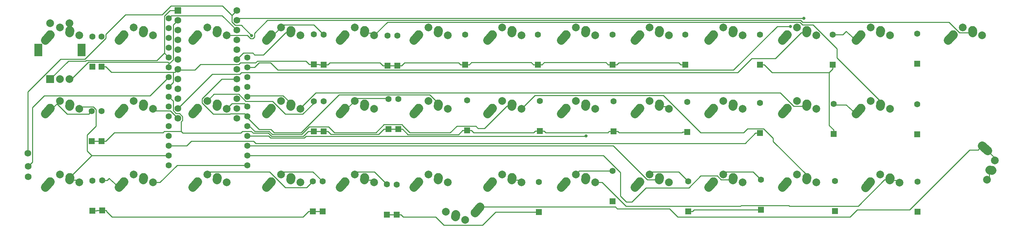
<source format=gtl>
G04 #@! TF.GenerationSoftware,KiCad,Pcbnew,(5.0.1)-3*
G04 #@! TF.CreationDate,2020-02-03T22:22:31+02:00*
G04 #@! TF.ProjectId,PRKL30,50524B4C33302E6B696361645F706362,rev?*
G04 #@! TF.SameCoordinates,Original*
G04 #@! TF.FileFunction,Copper,L1,Top,Signal*
G04 #@! TF.FilePolarity,Positive*
%FSLAX46Y46*%
G04 Gerber Fmt 4.6, Leading zero omitted, Abs format (unit mm)*
G04 Created by KiCad (PCBNEW (5.0.1)-3) date 02/03/20 22:22:31*
%MOMM*%
%LPD*%
G01*
G04 APERTURE LIST*
G04 #@! TA.AperFunction,ComponentPad*
%ADD10C,1.600000*%
G04 #@! TD*
G04 #@! TA.AperFunction,ComponentPad*
%ADD11R,1.600000X1.600000*%
G04 #@! TD*
G04 #@! TA.AperFunction,ComponentPad*
%ADD12R,2.000000X2.000000*%
G04 #@! TD*
G04 #@! TA.AperFunction,ComponentPad*
%ADD13C,2.000000*%
G04 #@! TD*
G04 #@! TA.AperFunction,ComponentPad*
%ADD14R,2.000000X3.200000*%
G04 #@! TD*
G04 #@! TA.AperFunction,ComponentPad*
%ADD15C,2.250000*%
G04 #@! TD*
G04 #@! TA.AperFunction,Conductor*
%ADD16C,2.250000*%
G04 #@! TD*
G04 #@! TA.AperFunction,ComponentPad*
%ADD17C,1.752600*%
G04 #@! TD*
G04 #@! TA.AperFunction,ComponentPad*
%ADD18R,1.752600X1.752600*%
G04 #@! TD*
G04 #@! TA.AperFunction,ViaPad*
%ADD19C,0.800000*%
G04 #@! TD*
G04 #@! TA.AperFunction,Conductor*
%ADD20C,0.250000*%
G04 #@! TD*
G04 APERTURE END LIST*
D10*
G04 #@! TO.P,D5,2*
G04 #@! TO.N,Net-(D5-Pad2)*
X146558000Y-62902000D03*
D11*
G04 #@! TO.P,D5,1*
G04 #@! TO.N,RowA*
X146558000Y-70702000D03*
G04 #@! TD*
D12*
G04 #@! TO.P,K_ENC1,A*
G04 #@! TO.N,EncA*
X59412500Y-74175000D03*
D13*
G04 #@! TO.P,K_ENC1,C*
G04 #@! TO.N,GND*
X61912500Y-74175000D03*
G04 #@! TO.P,K_ENC1,B*
G04 #@! TO.N,EncB*
X64412500Y-74175000D03*
D14*
G04 #@! TO.P,K_ENC1,MP*
G04 #@! TO.N,N/C*
X56312500Y-66675000D03*
X67512500Y-66675000D03*
D13*
G04 #@! TO.P,K_ENC1,S2*
G04 #@! TO.N,RowA*
X59412500Y-59675000D03*
G04 #@! TO.P,K_ENC1,S1*
G04 #@! TO.N,ColA*
X64412500Y-59675000D03*
G04 #@! TD*
D10*
G04 #@! TO.P,Feather1,1*
G04 #@! TO.N,Net-(Feather1-Pad1)*
X110363000Y-68580000D03*
G04 #@! TO.P,Feather1,2*
G04 #@! TO.N,DP1*
X110363000Y-71120000D03*
G04 #@! TO.P,Feather1,3*
G04 #@! TO.N,RGB_PWR*
X110363000Y-73660000D03*
G04 #@! TO.P,Feather1,4*
G04 #@! TO.N,ColE*
X110363000Y-76200000D03*
G04 #@! TO.P,Feather1,5*
G04 #@! TO.N,ColD*
X110363000Y-78740000D03*
G04 #@! TO.P,Feather1,6*
G04 #@! TO.N,ColC*
X110363000Y-81280000D03*
G04 #@! TO.P,Feather1,7*
G04 #@! TO.N,ColF*
X110363000Y-83820000D03*
G04 #@! TO.P,Feather1,8*
G04 #@! TO.N,ColG*
X110363000Y-86360000D03*
G04 #@! TO.P,Feather1,9*
G04 #@! TO.N,ColH*
X110363000Y-88900000D03*
G04 #@! TO.P,Feather1,12*
G04 #@! TO.N,ColB*
X110363000Y-96520000D03*
G04 #@! TO.P,Feather1,10*
G04 #@! TO.N,ColI*
X110363000Y-91440000D03*
G04 #@! TO.P,Feather1,11*
G04 #@! TO.N,ColJ*
X110363000Y-93980000D03*
G04 #@! TO.P,Feather1,13*
G04 #@! TO.N,RST*
X90043000Y-58420000D03*
G04 #@! TO.P,Feather1,14*
G04 #@! TO.N,Net-(Feather1-Pad14)*
X90043000Y-60960000D03*
G04 #@! TO.P,Feather1,15*
G04 #@! TO.N,Net-(Feather1-Pad15)*
X90043000Y-63500000D03*
G04 #@! TO.P,Feather1,16*
G04 #@! TO.N,GND*
X90043000Y-66040000D03*
G04 #@! TO.P,Feather1,17*
G04 #@! TO.N,EncA*
X90043000Y-68580000D03*
G04 #@! TO.P,Feather1,18*
G04 #@! TO.N,EncB*
X90043000Y-71120000D03*
G04 #@! TO.P,Feather1,19*
G04 #@! TO.N,RGB*
X90043000Y-73660000D03*
G04 #@! TO.P,Feather1,20*
G04 #@! TO.N,RowA*
X90043000Y-76200000D03*
G04 #@! TO.P,Feather1,21*
G04 #@! TO.N,RowB*
X90043000Y-78740000D03*
G04 #@! TO.P,Feather1,22*
G04 #@! TO.N,RowC*
X90043000Y-81280000D03*
G04 #@! TO.P,Feather1,23*
G04 #@! TO.N,Net-(Feather1-Pad23)*
X90043000Y-83820000D03*
G04 #@! TO.P,Feather1,24*
G04 #@! TO.N,Net-(Feather1-Pad24)*
X90043000Y-86360000D03*
G04 #@! TO.P,Feather1,25*
G04 #@! TO.N,Net-(Feather1-Pad25)*
X90043000Y-88900000D03*
G04 #@! TO.P,Feather1,26*
G04 #@! TO.N,RowD*
X90043000Y-91440000D03*
G04 #@! TO.P,Feather1,27*
G04 #@! TO.N,ColA*
X90043000Y-93980000D03*
G04 #@! TO.P,Feather1,28*
G04 #@! TO.N,Net-(Feather1-Pad28)*
X90043000Y-96520000D03*
G04 #@! TD*
D15*
G04 #@! TO.P,K_2Uspc1,2*
G04 #@! TO.N,Net-(D32-Pad2)*
X164168229Y-109565016D03*
D16*
G04 #@! TD*
G04 #@! TO.N,Net-(D32-Pad2)*
G04 #@! TO.C,K_2Uspc1*
X164188000Y-109275000D02*
X164148458Y-109855032D01*
D15*
G04 #@! TO.P,K_2Uspc1,2*
G04 #@! TO.N,Net-(D32-Pad2)*
X164148000Y-109855000D03*
G04 #@! TO.P,K_2Uspc1,1*
G04 #@! TO.N,ColF*
X169843005Y-108045004D03*
D16*
G04 #@! TD*
G04 #@! TO.N,ColF*
G04 #@! TO.C,K_2Uspc1*
X170498000Y-107315000D02*
X169188010Y-108775008D01*
D15*
G04 #@! TO.P,K_2Uspc1,1*
G04 #@! TO.N,ColF*
X169188000Y-108775000D03*
D13*
G04 #@! TO.P,K_2Uspc1,2*
G04 #@! TO.N,Net-(D32-Pad2)*
X161688000Y-108575000D03*
G04 #@! TO.P,K_2Uspc1,1*
G04 #@! TO.N,ColF*
X166688000Y-110675000D03*
G04 #@! TD*
G04 #@! TO.P,K_ISOENTER1,1*
G04 #@! TO.N,ColF*
X303600000Y-95250000D03*
G04 #@! TO.P,K_ISOENTER1,2*
G04 #@! TO.N,Net-(D_ISOENTR1-Pad2)*
X301500000Y-100250000D03*
D15*
G04 #@! TO.P,K_ISOENTER1,1*
G04 #@! TO.N,ColF*
X301700000Y-92750000D03*
X300970004Y-92094995D03*
D16*
G04 #@! TD*
G04 #@! TO.N,ColF*
G04 #@! TO.C,K_ISOENTER1*
X300240000Y-91440000D02*
X301700008Y-92749990D01*
D15*
G04 #@! TO.P,K_ISOENTER1,2*
G04 #@! TO.N,Net-(D_ISOENTR1-Pad2)*
X302780000Y-97790000D03*
X302490016Y-97769771D03*
D16*
G04 #@! TD*
G04 #@! TO.N,Net-(D_ISOENTR1-Pad2)*
G04 #@! TO.C,K_ISOENTER1*
X302200000Y-97750000D02*
X302780032Y-97789542D01*
D10*
G04 #@! TO.P,D4,2*
G04 #@! TO.N,Net-(D4-Pad2)*
X130048000Y-62648000D03*
D11*
G04 #@! TO.P,D4,1*
G04 #@! TO.N,RowA*
X130048000Y-70448000D03*
G04 #@! TD*
D17*
G04 #@! TO.P,MCU_Pro_Micr0,24*
G04 #@! TO.N,RGB_PWR*
X107620000Y-56430000D03*
G04 #@! TO.P,MCU_Pro_Micr0,12*
G04 #@! TO.N,ColB*
X92380000Y-84370000D03*
G04 #@! TO.P,MCU_Pro_Micr0,23*
G04 #@! TO.N,GND*
X107620000Y-58970000D03*
G04 #@! TO.P,MCU_Pro_Micr0,22*
G04 #@! TO.N,RST*
X107620000Y-61510000D03*
G04 #@! TO.P,MCU_Pro_Micr0,21*
G04 #@! TO.N,Net-(MCU_Pro_Micr0-Pad21)*
X107620000Y-64050000D03*
G04 #@! TO.P,MCU_Pro_Micr0,20*
G04 #@! TO.N,ColE*
X107620000Y-66590000D03*
G04 #@! TO.P,MCU_Pro_Micr0,19*
G04 #@! TO.N,ColD*
X107620000Y-69130000D03*
G04 #@! TO.P,MCU_Pro_Micr0,18*
G04 #@! TO.N,ColC*
X107620000Y-71670000D03*
G04 #@! TO.P,MCU_Pro_Micr0,17*
G04 #@! TO.N,ColF*
X107620000Y-74210000D03*
G04 #@! TO.P,MCU_Pro_Micr0,16*
G04 #@! TO.N,ColG*
X107620000Y-76750000D03*
G04 #@! TO.P,MCU_Pro_Micr0,15*
G04 #@! TO.N,ColH*
X107620000Y-79290000D03*
G04 #@! TO.P,MCU_Pro_Micr0,14*
G04 #@! TO.N,ColI*
X107620000Y-81830000D03*
G04 #@! TO.P,MCU_Pro_Micr0,13*
G04 #@! TO.N,ColJ*
X107620000Y-84370000D03*
G04 #@! TO.P,MCU_Pro_Micr0,11*
G04 #@! TO.N,ColA*
X92380000Y-81830000D03*
G04 #@! TO.P,MCU_Pro_Micr0,10*
G04 #@! TO.N,RowD*
X92380000Y-79290000D03*
G04 #@! TO.P,MCU_Pro_Micr0,9*
G04 #@! TO.N,RowC*
X92380000Y-76750000D03*
G04 #@! TO.P,MCU_Pro_Micr0,8*
G04 #@! TO.N,RowB*
X92380000Y-74210000D03*
G04 #@! TO.P,MCU_Pro_Micr0,7*
G04 #@! TO.N,RowA*
X92380000Y-71670000D03*
G04 #@! TO.P,MCU_Pro_Micr0,6*
G04 #@! TO.N,Net-(MCU_Pro_Micr0-Pad6)*
X92380000Y-69130000D03*
G04 #@! TO.P,MCU_Pro_Micr0,5*
G04 #@! TO.N,RGB*
X92380000Y-66590000D03*
G04 #@! TO.P,MCU_Pro_Micr0,4*
G04 #@! TO.N,Net-(MCU_Pro_Micr0-Pad4)*
X92380000Y-64050000D03*
G04 #@! TO.P,MCU_Pro_Micr0,3*
G04 #@! TO.N,Net-(MCU_Pro_Micr0-Pad3)*
X92380000Y-61510000D03*
G04 #@! TO.P,MCU_Pro_Micr0,2*
G04 #@! TO.N,EncB*
X92380000Y-58970000D03*
D18*
G04 #@! TO.P,MCU_Pro_Micr0,1*
G04 #@! TO.N,EncA*
X92380000Y-56430000D03*
G04 #@! TD*
D10*
G04 #@! TO.P,D1,2*
G04 #@! TO.N,Net-(D1-Pad2)*
X70300000Y-63156000D03*
D11*
G04 #@! TO.P,D1,1*
G04 #@! TO.N,RowA*
X70300000Y-70956000D03*
G04 #@! TD*
D10*
G04 #@! TO.P,D2,2*
G04 #@! TO.N,Net-(D2-Pad2)*
X72644000Y-63156000D03*
D11*
G04 #@! TO.P,D2,1*
G04 #@! TO.N,RowA*
X72644000Y-70956000D03*
G04 #@! TD*
D10*
G04 #@! TO.P,D3,2*
G04 #@! TO.N,Net-(D3-Pad2)*
X127508000Y-62597000D03*
D11*
G04 #@! TO.P,D3,1*
G04 #@! TO.N,RowA*
X127508000Y-70397000D03*
G04 #@! TD*
G04 #@! TO.P,D6,1*
G04 #@! TO.N,RowA*
X149098000Y-70702000D03*
D10*
G04 #@! TO.P,D6,2*
G04 #@! TO.N,Net-(D6-Pad2)*
X149098000Y-62902000D03*
G04 #@! TD*
D11*
G04 #@! TO.P,D7,1*
G04 #@! TO.N,RowA*
X166624000Y-70448000D03*
D10*
G04 #@! TO.P,D7,2*
G04 #@! TO.N,Net-(D7-Pad2)*
X166624000Y-62648000D03*
G04 #@! TD*
D11*
G04 #@! TO.P,D8,1*
G04 #@! TO.N,RowA*
X185420000Y-70448000D03*
D10*
G04 #@! TO.P,D8,2*
G04 #@! TO.N,Net-(D8-Pad2)*
X185420000Y-62648000D03*
G04 #@! TD*
D11*
G04 #@! TO.P,D9,1*
G04 #@! TO.N,RowA*
X204724000Y-70448000D03*
D10*
G04 #@! TO.P,D9,2*
G04 #@! TO.N,Net-(D9-Pad2)*
X204724000Y-62648000D03*
G04 #@! TD*
D11*
G04 #@! TO.P,D10,1*
G04 #@! TO.N,RowA*
X223520000Y-70448000D03*
D10*
G04 #@! TO.P,D10,2*
G04 #@! TO.N,Net-(D10-Pad2)*
X223520000Y-62648000D03*
G04 #@! TD*
D11*
G04 #@! TO.P,D11,1*
G04 #@! TO.N,RowD*
X242824000Y-70448000D03*
D10*
G04 #@! TO.P,D11,2*
G04 #@! TO.N,Net-(D11-Pad2)*
X242824000Y-62648000D03*
G04 #@! TD*
D11*
G04 #@! TO.P,D12,1*
G04 #@! TO.N,RowD*
X261620000Y-70448000D03*
D10*
G04 #@! TO.P,D12,2*
G04 #@! TO.N,Net-(D12-Pad2)*
X261620000Y-62648000D03*
G04 #@! TD*
D11*
G04 #@! TO.P,D13,1*
G04 #@! TO.N,RowD*
X283464000Y-70245000D03*
D10*
G04 #@! TO.P,D13,2*
G04 #@! TO.N,Net-(D13-Pad2)*
X283464000Y-62445000D03*
G04 #@! TD*
D11*
G04 #@! TO.P,D14,1*
G04 #@! TO.N,RowB*
X70104000Y-90311000D03*
D10*
G04 #@! TO.P,D14,2*
G04 #@! TO.N,Net-(D14-Pad2)*
X70104000Y-82511000D03*
G04 #@! TD*
D11*
G04 #@! TO.P,D15,1*
G04 #@! TO.N,RowB*
X72644000Y-90260000D03*
D10*
G04 #@! TO.P,D15,2*
G04 #@! TO.N,Net-(D15-Pad2)*
X72644000Y-82460000D03*
G04 #@! TD*
D11*
G04 #@! TO.P,D16,1*
G04 #@! TO.N,RowB*
X127508000Y-87720000D03*
D10*
G04 #@! TO.P,D16,2*
G04 #@! TO.N,Net-(D16-Pad2)*
X127508000Y-79920000D03*
G04 #@! TD*
D11*
G04 #@! TO.P,D17,1*
G04 #@! TO.N,RowB*
X130048000Y-87736000D03*
D10*
G04 #@! TO.P,D17,2*
G04 #@! TO.N,Net-(D17-Pad2)*
X130048000Y-79936000D03*
G04 #@! TD*
D11*
G04 #@! TO.P,D18,1*
G04 #@! TO.N,RowB*
X146812000Y-87161000D03*
D10*
G04 #@! TO.P,D18,2*
G04 #@! TO.N,Net-(D18-Pad2)*
X146812000Y-79361000D03*
G04 #@! TD*
D11*
G04 #@! TO.P,D19,1*
G04 #@! TO.N,RowB*
X149352000Y-87161000D03*
D10*
G04 #@! TO.P,D19,2*
G04 #@! TO.N,Net-(D19-Pad2)*
X149352000Y-79361000D03*
G04 #@! TD*
D11*
G04 #@! TO.P,D20,1*
G04 #@! TO.N,RowB*
X167132000Y-87517000D03*
D10*
G04 #@! TO.P,D20,2*
G04 #@! TO.N,Net-(D20-Pad2)*
X167132000Y-79717000D03*
G04 #@! TD*
G04 #@! TO.P,D21,2*
G04 #@! TO.N,Net-(D21-Pad2)*
X185928000Y-79826000D03*
D11*
G04 #@! TO.P,D21,1*
G04 #@! TO.N,RowB*
X185928000Y-87626000D03*
G04 #@! TD*
D10*
G04 #@! TO.P,D22,2*
G04 #@! TO.N,Net-(D22-Pad2)*
X204978000Y-79920000D03*
D11*
G04 #@! TO.P,D22,1*
G04 #@! TO.N,RowB*
X204978000Y-87720000D03*
G04 #@! TD*
D10*
G04 #@! TO.P,D23,2*
G04 #@! TO.N,Net-(D23-Pad2)*
X224028000Y-80080000D03*
D11*
G04 #@! TO.P,D23,1*
G04 #@! TO.N,RowB*
X224028000Y-87880000D03*
G04 #@! TD*
D10*
G04 #@! TO.P,D24,2*
G04 #@! TO.N,Net-(D24-Pad2)*
X242824000Y-80377000D03*
D11*
G04 #@! TO.P,D24,1*
G04 #@! TO.N,RowD*
X242824000Y-88177000D03*
G04 #@! TD*
D10*
G04 #@! TO.P,D25,2*
G04 #@! TO.N,Net-(D25-Pad2)*
X261874000Y-80631000D03*
D11*
G04 #@! TO.P,D25,1*
G04 #@! TO.N,RowD*
X261874000Y-88431000D03*
G04 #@! TD*
D10*
G04 #@! TO.P,D27,2*
G04 #@! TO.N,Net-(D27-Pad2)*
X70300000Y-100500000D03*
D11*
G04 #@! TO.P,D27,1*
G04 #@! TO.N,RowC*
X70300000Y-108300000D03*
G04 #@! TD*
D10*
G04 #@! TO.P,D28,2*
G04 #@! TO.N,Net-(D28-Pad2)*
X72800000Y-100400000D03*
D11*
G04 #@! TO.P,D28,1*
G04 #@! TO.N,RowC*
X72800000Y-108200000D03*
G04 #@! TD*
D10*
G04 #@! TO.P,D29,2*
G04 #@! TO.N,Net-(D29-Pad2)*
X127300000Y-100700000D03*
D11*
G04 #@! TO.P,D29,1*
G04 #@! TO.N,RowC*
X127300000Y-108500000D03*
G04 #@! TD*
D10*
G04 #@! TO.P,D30,2*
G04 #@! TO.N,Net-(D30-Pad2)*
X129800000Y-100700000D03*
D11*
G04 #@! TO.P,D30,1*
G04 #@! TO.N,RowC*
X129800000Y-108500000D03*
G04 #@! TD*
D10*
G04 #@! TO.P,D31,2*
G04 #@! TO.N,Net-(D31-Pad2)*
X146420000Y-101480000D03*
D11*
G04 #@! TO.P,D31,1*
G04 #@! TO.N,RowC*
X146420000Y-109280000D03*
G04 #@! TD*
D10*
G04 #@! TO.P,D32,2*
G04 #@! TO.N,Net-(D32-Pad2)*
X148930000Y-101500000D03*
D11*
G04 #@! TO.P,D32,1*
G04 #@! TO.N,RowC*
X148930000Y-109300000D03*
G04 #@! TD*
D10*
G04 #@! TO.P,D33,2*
G04 #@! TO.N,Net-(D33-Pad2)*
X185740000Y-100842000D03*
D11*
G04 #@! TO.P,D33,1*
G04 #@! TO.N,RowC*
X185740000Y-108642000D03*
G04 #@! TD*
D10*
G04 #@! TO.P,D34,2*
G04 #@! TO.N,Net-(D34-Pad2)*
X204786000Y-98016000D03*
D11*
G04 #@! TO.P,D34,1*
G04 #@! TO.N,RowC*
X204786000Y-105816000D03*
G04 #@! TD*
D10*
G04 #@! TO.P,D35,2*
G04 #@! TO.N,Net-(D35-Pad2)*
X224282000Y-100658000D03*
D11*
G04 #@! TO.P,D35,1*
G04 #@! TO.N,RowC*
X224282000Y-108458000D03*
G04 #@! TD*
G04 #@! TO.P,D36,1*
G04 #@! TO.N,RowC*
X243078000Y-108040000D03*
D10*
G04 #@! TO.P,D36,2*
G04 #@! TO.N,Net-(D36-Pad2)*
X243078000Y-100240000D03*
G04 #@! TD*
D11*
G04 #@! TO.P,D37,1*
G04 #@! TO.N,RowD*
X262276000Y-108376000D03*
D10*
G04 #@! TO.P,D37,2*
G04 #@! TO.N,Net-(D37-Pad2)*
X262276000Y-100576000D03*
G04 #@! TD*
D11*
G04 #@! TO.P,D_1.25u1,1*
G04 #@! TO.N,RowD*
X283566000Y-108556000D03*
D10*
G04 #@! TO.P,D_1.25u1,2*
G04 #@! TO.N,Net-(D_1.25u1-Pad2)*
X283566000Y-100756000D03*
G04 #@! TD*
D15*
G04 #@! TO.P,K1,1*
G04 #@! TO.N,ColA*
X64432271Y-61884984D03*
D16*
G04 #@! TD*
G04 #@! TO.N,ColA*
G04 #@! TO.C,K1*
X64412500Y-62175000D02*
X64452042Y-61594968D01*
D15*
G04 #@! TO.P,K1,1*
G04 #@! TO.N,ColA*
X64452500Y-61595000D03*
G04 #@! TO.P,K1,2*
G04 #@! TO.N,Net-(D1-Pad2)*
X58757495Y-63404996D03*
D16*
G04 #@! TD*
G04 #@! TO.N,Net-(D1-Pad2)*
G04 #@! TO.C,K1*
X58102500Y-64135000D02*
X59412490Y-62674992D01*
D15*
G04 #@! TO.P,K1,2*
G04 #@! TO.N,Net-(D1-Pad2)*
X59412500Y-62675000D03*
D13*
G04 #@! TO.P,K1,1*
G04 #@! TO.N,ColA*
X66912500Y-62875000D03*
G04 #@! TO.P,K1,2*
G04 #@! TO.N,Net-(D1-Pad2)*
X61912500Y-60775000D03*
G04 #@! TD*
G04 #@! TO.P,K2,2*
G04 #@! TO.N,Net-(D2-Pad2)*
X80962500Y-60775000D03*
G04 #@! TO.P,K2,1*
G04 #@! TO.N,ColB*
X85962500Y-62875000D03*
D15*
G04 #@! TO.P,K2,2*
G04 #@! TO.N,Net-(D2-Pad2)*
X78462500Y-62675000D03*
X77807495Y-63404996D03*
D16*
G04 #@! TD*
G04 #@! TO.N,Net-(D2-Pad2)*
G04 #@! TO.C,K2*
X77152500Y-64135000D02*
X78462490Y-62674992D01*
D15*
G04 #@! TO.P,K2,1*
G04 #@! TO.N,ColB*
X83502500Y-61595000D03*
X83482271Y-61884984D03*
D16*
G04 #@! TD*
G04 #@! TO.N,ColB*
G04 #@! TO.C,K2*
X83462500Y-62175000D02*
X83502042Y-61594968D01*
D15*
G04 #@! TO.P,K3,1*
G04 #@! TO.N,ColC*
X102531771Y-61884984D03*
D16*
G04 #@! TD*
G04 #@! TO.N,ColC*
G04 #@! TO.C,K3*
X102512000Y-62175000D02*
X102551542Y-61594968D01*
D15*
G04 #@! TO.P,K3,1*
G04 #@! TO.N,ColC*
X102552000Y-61595000D03*
G04 #@! TO.P,K3,2*
G04 #@! TO.N,Net-(D3-Pad2)*
X96856995Y-63404996D03*
D16*
G04 #@! TD*
G04 #@! TO.N,Net-(D3-Pad2)*
G04 #@! TO.C,K3*
X96202000Y-64135000D02*
X97511990Y-62674992D01*
D15*
G04 #@! TO.P,K3,2*
G04 #@! TO.N,Net-(D3-Pad2)*
X97512000Y-62675000D03*
D13*
G04 #@! TO.P,K3,1*
G04 #@! TO.N,ColC*
X105012000Y-62875000D03*
G04 #@! TO.P,K3,2*
G04 #@! TO.N,Net-(D3-Pad2)*
X100012000Y-60775000D03*
G04 #@! TD*
G04 #@! TO.P,K4,2*
G04 #@! TO.N,Net-(D4-Pad2)*
X119062000Y-60775000D03*
G04 #@! TO.P,K4,1*
G04 #@! TO.N,ColD*
X124062000Y-62875000D03*
D15*
G04 #@! TO.P,K4,2*
G04 #@! TO.N,Net-(D4-Pad2)*
X116562000Y-62675000D03*
X115906995Y-63404996D03*
D16*
G04 #@! TD*
G04 #@! TO.N,Net-(D4-Pad2)*
G04 #@! TO.C,K4*
X115252000Y-64135000D02*
X116561990Y-62674992D01*
D15*
G04 #@! TO.P,K4,1*
G04 #@! TO.N,ColD*
X121602000Y-61595000D03*
X121581771Y-61884984D03*
D16*
G04 #@! TD*
G04 #@! TO.N,ColD*
G04 #@! TO.C,K4*
X121562000Y-62175000D02*
X121601542Y-61594968D01*
D13*
G04 #@! TO.P,K5,2*
G04 #@! TO.N,Net-(D5-Pad2)*
X138112000Y-60775000D03*
G04 #@! TO.P,K5,1*
G04 #@! TO.N,ColE*
X143112000Y-62875000D03*
D15*
G04 #@! TO.P,K5,2*
G04 #@! TO.N,Net-(D5-Pad2)*
X135612000Y-62675000D03*
X134956995Y-63404996D03*
D16*
G04 #@! TD*
G04 #@! TO.N,Net-(D5-Pad2)*
G04 #@! TO.C,K5*
X134302000Y-64135000D02*
X135611990Y-62674992D01*
D15*
G04 #@! TO.P,K5,1*
G04 #@! TO.N,ColE*
X140652000Y-61595000D03*
X140631771Y-61884984D03*
D16*
G04 #@! TD*
G04 #@! TO.N,ColE*
G04 #@! TO.C,K5*
X140612000Y-62175000D02*
X140651542Y-61594968D01*
D13*
G04 #@! TO.P,K6,2*
G04 #@! TO.N,Net-(D6-Pad2)*
X157162000Y-60775000D03*
G04 #@! TO.P,K6,1*
G04 #@! TO.N,ColF*
X162162000Y-62875000D03*
D15*
G04 #@! TO.P,K6,2*
G04 #@! TO.N,Net-(D6-Pad2)*
X154662000Y-62675000D03*
X154006995Y-63404996D03*
D16*
G04 #@! TD*
G04 #@! TO.N,Net-(D6-Pad2)*
G04 #@! TO.C,K6*
X153352000Y-64135000D02*
X154661990Y-62674992D01*
D15*
G04 #@! TO.P,K6,1*
G04 #@! TO.N,ColF*
X159702000Y-61595000D03*
X159681771Y-61884984D03*
D16*
G04 #@! TD*
G04 #@! TO.N,ColF*
G04 #@! TO.C,K6*
X159662000Y-62175000D02*
X159701542Y-61594968D01*
D13*
G04 #@! TO.P,K7,2*
G04 #@! TO.N,Net-(D7-Pad2)*
X176212000Y-60775000D03*
G04 #@! TO.P,K7,1*
G04 #@! TO.N,ColG*
X181212000Y-62875000D03*
D15*
G04 #@! TO.P,K7,2*
G04 #@! TO.N,Net-(D7-Pad2)*
X173712000Y-62675000D03*
X173056995Y-63404996D03*
D16*
G04 #@! TD*
G04 #@! TO.N,Net-(D7-Pad2)*
G04 #@! TO.C,K7*
X172402000Y-64135000D02*
X173711990Y-62674992D01*
D15*
G04 #@! TO.P,K7,1*
G04 #@! TO.N,ColG*
X178752000Y-61595000D03*
X178731771Y-61884984D03*
D16*
G04 #@! TD*
G04 #@! TO.N,ColG*
G04 #@! TO.C,K7*
X178712000Y-62175000D02*
X178751542Y-61594968D01*
D13*
G04 #@! TO.P,K8,2*
G04 #@! TO.N,Net-(D8-Pad2)*
X195262000Y-60775000D03*
G04 #@! TO.P,K8,1*
G04 #@! TO.N,ColH*
X200262000Y-62875000D03*
D15*
G04 #@! TO.P,K8,2*
G04 #@! TO.N,Net-(D8-Pad2)*
X192762000Y-62675000D03*
X192106995Y-63404996D03*
D16*
G04 #@! TD*
G04 #@! TO.N,Net-(D8-Pad2)*
G04 #@! TO.C,K8*
X191452000Y-64135000D02*
X192761990Y-62674992D01*
D15*
G04 #@! TO.P,K8,1*
G04 #@! TO.N,ColH*
X197802000Y-61595000D03*
X197781771Y-61884984D03*
D16*
G04 #@! TD*
G04 #@! TO.N,ColH*
G04 #@! TO.C,K8*
X197762000Y-62175000D02*
X197801542Y-61594968D01*
D13*
G04 #@! TO.P,K9,2*
G04 #@! TO.N,Net-(D9-Pad2)*
X214312000Y-60775000D03*
G04 #@! TO.P,K9,1*
G04 #@! TO.N,ColI*
X219312000Y-62875000D03*
D15*
G04 #@! TO.P,K9,2*
G04 #@! TO.N,Net-(D9-Pad2)*
X211812000Y-62675000D03*
X211156995Y-63404996D03*
D16*
G04 #@! TD*
G04 #@! TO.N,Net-(D9-Pad2)*
G04 #@! TO.C,K9*
X210502000Y-64135000D02*
X211811990Y-62674992D01*
D15*
G04 #@! TO.P,K9,1*
G04 #@! TO.N,ColI*
X216852000Y-61595000D03*
X216831771Y-61884984D03*
D16*
G04 #@! TD*
G04 #@! TO.N,ColI*
G04 #@! TO.C,K9*
X216812000Y-62175000D02*
X216851542Y-61594968D01*
D15*
G04 #@! TO.P,K10,1*
G04 #@! TO.N,ColJ*
X235881771Y-61884984D03*
D16*
G04 #@! TD*
G04 #@! TO.N,ColJ*
G04 #@! TO.C,K10*
X235862000Y-62175000D02*
X235901542Y-61594968D01*
D15*
G04 #@! TO.P,K10,1*
G04 #@! TO.N,ColJ*
X235902000Y-61595000D03*
G04 #@! TO.P,K10,2*
G04 #@! TO.N,Net-(D10-Pad2)*
X230206995Y-63404996D03*
D16*
G04 #@! TD*
G04 #@! TO.N,Net-(D10-Pad2)*
G04 #@! TO.C,K10*
X229552000Y-64135000D02*
X230861990Y-62674992D01*
D15*
G04 #@! TO.P,K10,2*
G04 #@! TO.N,Net-(D10-Pad2)*
X230862000Y-62675000D03*
D13*
G04 #@! TO.P,K10,1*
G04 #@! TO.N,ColJ*
X238362000Y-62875000D03*
G04 #@! TO.P,K10,2*
G04 #@! TO.N,Net-(D10-Pad2)*
X233362000Y-60775000D03*
G04 #@! TD*
G04 #@! TO.P,K11,2*
G04 #@! TO.N,Net-(D11-Pad2)*
X252412000Y-60775000D03*
G04 #@! TO.P,K11,1*
G04 #@! TO.N,ColA*
X257412000Y-62875000D03*
D15*
G04 #@! TO.P,K11,2*
G04 #@! TO.N,Net-(D11-Pad2)*
X249912000Y-62675000D03*
X249256995Y-63404996D03*
D16*
G04 #@! TD*
G04 #@! TO.N,Net-(D11-Pad2)*
G04 #@! TO.C,K11*
X248602000Y-64135000D02*
X249911990Y-62674992D01*
D15*
G04 #@! TO.P,K11,1*
G04 #@! TO.N,ColA*
X254952000Y-61595000D03*
X254931771Y-61884984D03*
D16*
G04 #@! TD*
G04 #@! TO.N,ColA*
G04 #@! TO.C,K11*
X254912000Y-62175000D02*
X254951542Y-61594968D01*
D13*
G04 #@! TO.P,K12,2*
G04 #@! TO.N,Net-(D12-Pad2)*
X271462000Y-60775000D03*
G04 #@! TO.P,K12,1*
G04 #@! TO.N,ColB*
X276462000Y-62875000D03*
D15*
G04 #@! TO.P,K12,2*
G04 #@! TO.N,Net-(D12-Pad2)*
X268962000Y-62675000D03*
X268306995Y-63404996D03*
D16*
G04 #@! TD*
G04 #@! TO.N,Net-(D12-Pad2)*
G04 #@! TO.C,K12*
X267652000Y-64135000D02*
X268961990Y-62674992D01*
D15*
G04 #@! TO.P,K12,1*
G04 #@! TO.N,ColB*
X274002000Y-61595000D03*
X273981771Y-61884984D03*
D16*
G04 #@! TD*
G04 #@! TO.N,ColB*
G04 #@! TO.C,K12*
X273962000Y-62175000D02*
X274001542Y-61594968D01*
D13*
G04 #@! TO.P,K14,2*
G04 #@! TO.N,Net-(D14-Pad2)*
X61912500Y-79825000D03*
G04 #@! TO.P,K14,1*
G04 #@! TO.N,ColA*
X66912500Y-81925000D03*
D15*
G04 #@! TO.P,K14,2*
G04 #@! TO.N,Net-(D14-Pad2)*
X59412500Y-81725000D03*
X58757495Y-82454996D03*
D16*
G04 #@! TD*
G04 #@! TO.N,Net-(D14-Pad2)*
G04 #@! TO.C,K14*
X58102500Y-83185000D02*
X59412490Y-81724992D01*
D15*
G04 #@! TO.P,K14,1*
G04 #@! TO.N,ColA*
X64452500Y-80645000D03*
X64432271Y-80934984D03*
D16*
G04 #@! TD*
G04 #@! TO.N,ColA*
G04 #@! TO.C,K14*
X64412500Y-81225000D02*
X64452042Y-80644968D01*
D13*
G04 #@! TO.P,K15,2*
G04 #@! TO.N,Net-(D15-Pad2)*
X80962500Y-79825000D03*
G04 #@! TO.P,K15,1*
G04 #@! TO.N,ColB*
X85962500Y-81925000D03*
D15*
G04 #@! TO.P,K15,2*
G04 #@! TO.N,Net-(D15-Pad2)*
X78462500Y-81725000D03*
X77807495Y-82454996D03*
D16*
G04 #@! TD*
G04 #@! TO.N,Net-(D15-Pad2)*
G04 #@! TO.C,K15*
X77152500Y-83185000D02*
X78462490Y-81724992D01*
D15*
G04 #@! TO.P,K15,1*
G04 #@! TO.N,ColB*
X83502500Y-80645000D03*
X83482271Y-80934984D03*
D16*
G04 #@! TD*
G04 #@! TO.N,ColB*
G04 #@! TO.C,K15*
X83462500Y-81225000D02*
X83502042Y-80644968D01*
D13*
G04 #@! TO.P,K16,2*
G04 #@! TO.N,Net-(D16-Pad2)*
X100012000Y-79825000D03*
G04 #@! TO.P,K16,1*
G04 #@! TO.N,ColC*
X105012000Y-81925000D03*
D15*
G04 #@! TO.P,K16,2*
G04 #@! TO.N,Net-(D16-Pad2)*
X97512000Y-81725000D03*
X96856995Y-82454996D03*
D16*
G04 #@! TD*
G04 #@! TO.N,Net-(D16-Pad2)*
G04 #@! TO.C,K16*
X96202000Y-83185000D02*
X97511990Y-81724992D01*
D15*
G04 #@! TO.P,K16,1*
G04 #@! TO.N,ColC*
X102552000Y-80645000D03*
X102531771Y-80934984D03*
D16*
G04 #@! TD*
G04 #@! TO.N,ColC*
G04 #@! TO.C,K16*
X102512000Y-81225000D02*
X102551542Y-80644968D01*
D13*
G04 #@! TO.P,K17,2*
G04 #@! TO.N,Net-(D17-Pad2)*
X119062000Y-79825000D03*
G04 #@! TO.P,K17,1*
G04 #@! TO.N,ColD*
X124062000Y-81925000D03*
D15*
G04 #@! TO.P,K17,2*
G04 #@! TO.N,Net-(D17-Pad2)*
X116562000Y-81725000D03*
X115906995Y-82454996D03*
D16*
G04 #@! TD*
G04 #@! TO.N,Net-(D17-Pad2)*
G04 #@! TO.C,K17*
X115252000Y-83185000D02*
X116561990Y-81724992D01*
D15*
G04 #@! TO.P,K17,1*
G04 #@! TO.N,ColD*
X121602000Y-80645000D03*
X121581771Y-80934984D03*
D16*
G04 #@! TD*
G04 #@! TO.N,ColD*
G04 #@! TO.C,K17*
X121562000Y-81225000D02*
X121601542Y-80644968D01*
D13*
G04 #@! TO.P,K18,2*
G04 #@! TO.N,Net-(D18-Pad2)*
X138112000Y-79825000D03*
G04 #@! TO.P,K18,1*
G04 #@! TO.N,ColE*
X143112000Y-81925000D03*
D15*
G04 #@! TO.P,K18,2*
G04 #@! TO.N,Net-(D18-Pad2)*
X135612000Y-81725000D03*
X134956995Y-82454996D03*
D16*
G04 #@! TD*
G04 #@! TO.N,Net-(D18-Pad2)*
G04 #@! TO.C,K18*
X134302000Y-83185000D02*
X135611990Y-81724992D01*
D15*
G04 #@! TO.P,K18,1*
G04 #@! TO.N,ColE*
X140652000Y-80645000D03*
X140631771Y-80934984D03*
D16*
G04 #@! TD*
G04 #@! TO.N,ColE*
G04 #@! TO.C,K18*
X140612000Y-81225000D02*
X140651542Y-80644968D01*
D13*
G04 #@! TO.P,K19,2*
G04 #@! TO.N,Net-(D19-Pad2)*
X157162000Y-79825000D03*
G04 #@! TO.P,K19,1*
G04 #@! TO.N,ColF*
X162162000Y-81925000D03*
D15*
G04 #@! TO.P,K19,2*
G04 #@! TO.N,Net-(D19-Pad2)*
X154662000Y-81725000D03*
X154006995Y-82454996D03*
D16*
G04 #@! TD*
G04 #@! TO.N,Net-(D19-Pad2)*
G04 #@! TO.C,K19*
X153352000Y-83185000D02*
X154661990Y-81724992D01*
D15*
G04 #@! TO.P,K19,1*
G04 #@! TO.N,ColF*
X159702000Y-80645000D03*
X159681771Y-80934984D03*
D16*
G04 #@! TD*
G04 #@! TO.N,ColF*
G04 #@! TO.C,K19*
X159662000Y-81225000D02*
X159701542Y-80644968D01*
D13*
G04 #@! TO.P,K20,2*
G04 #@! TO.N,Net-(D20-Pad2)*
X176212000Y-79825000D03*
G04 #@! TO.P,K20,1*
G04 #@! TO.N,ColG*
X181212000Y-81925000D03*
D15*
G04 #@! TO.P,K20,2*
G04 #@! TO.N,Net-(D20-Pad2)*
X173712000Y-81725000D03*
X173056995Y-82454996D03*
D16*
G04 #@! TD*
G04 #@! TO.N,Net-(D20-Pad2)*
G04 #@! TO.C,K20*
X172402000Y-83185000D02*
X173711990Y-81724992D01*
D15*
G04 #@! TO.P,K20,1*
G04 #@! TO.N,ColG*
X178752000Y-80645000D03*
X178731771Y-80934984D03*
D16*
G04 #@! TD*
G04 #@! TO.N,ColG*
G04 #@! TO.C,K20*
X178712000Y-81225000D02*
X178751542Y-80644968D01*
D13*
G04 #@! TO.P,K21,2*
G04 #@! TO.N,Net-(D21-Pad2)*
X195262000Y-79825000D03*
G04 #@! TO.P,K21,1*
G04 #@! TO.N,ColH*
X200262000Y-81925000D03*
D15*
G04 #@! TO.P,K21,2*
G04 #@! TO.N,Net-(D21-Pad2)*
X192762000Y-81725000D03*
X192106995Y-82454996D03*
D16*
G04 #@! TD*
G04 #@! TO.N,Net-(D21-Pad2)*
G04 #@! TO.C,K21*
X191452000Y-83185000D02*
X192761990Y-81724992D01*
D15*
G04 #@! TO.P,K21,1*
G04 #@! TO.N,ColH*
X197802000Y-80645000D03*
X197781771Y-80934984D03*
D16*
G04 #@! TD*
G04 #@! TO.N,ColH*
G04 #@! TO.C,K21*
X197762000Y-81225000D02*
X197801542Y-80644968D01*
D15*
G04 #@! TO.P,K22,1*
G04 #@! TO.N,ColI*
X216831771Y-80934984D03*
D16*
G04 #@! TD*
G04 #@! TO.N,ColI*
G04 #@! TO.C,K22*
X216812000Y-81225000D02*
X216851542Y-80644968D01*
D15*
G04 #@! TO.P,K22,1*
G04 #@! TO.N,ColI*
X216852000Y-80645000D03*
G04 #@! TO.P,K22,2*
G04 #@! TO.N,Net-(D22-Pad2)*
X211156995Y-82454996D03*
D16*
G04 #@! TD*
G04 #@! TO.N,Net-(D22-Pad2)*
G04 #@! TO.C,K22*
X210502000Y-83185000D02*
X211811990Y-81724992D01*
D15*
G04 #@! TO.P,K22,2*
G04 #@! TO.N,Net-(D22-Pad2)*
X211812000Y-81725000D03*
D13*
G04 #@! TO.P,K22,1*
G04 #@! TO.N,ColI*
X219312000Y-81925000D03*
G04 #@! TO.P,K22,2*
G04 #@! TO.N,Net-(D22-Pad2)*
X214312000Y-79825000D03*
G04 #@! TD*
D15*
G04 #@! TO.P,K23,1*
G04 #@! TO.N,ColJ*
X235881771Y-80934984D03*
D16*
G04 #@! TD*
G04 #@! TO.N,ColJ*
G04 #@! TO.C,K23*
X235862000Y-81225000D02*
X235901542Y-80644968D01*
D15*
G04 #@! TO.P,K23,1*
G04 #@! TO.N,ColJ*
X235902000Y-80645000D03*
G04 #@! TO.P,K23,2*
G04 #@! TO.N,Net-(D23-Pad2)*
X230206995Y-82454996D03*
D16*
G04 #@! TD*
G04 #@! TO.N,Net-(D23-Pad2)*
G04 #@! TO.C,K23*
X229552000Y-83185000D02*
X230861990Y-81724992D01*
D15*
G04 #@! TO.P,K23,2*
G04 #@! TO.N,Net-(D23-Pad2)*
X230862000Y-81725000D03*
D13*
G04 #@! TO.P,K23,1*
G04 #@! TO.N,ColJ*
X238362000Y-81925000D03*
G04 #@! TO.P,K23,2*
G04 #@! TO.N,Net-(D23-Pad2)*
X233362000Y-79825000D03*
G04 #@! TD*
D15*
G04 #@! TO.P,K24,1*
G04 #@! TO.N,ColD*
X254931771Y-80934984D03*
D16*
G04 #@! TD*
G04 #@! TO.N,ColD*
G04 #@! TO.C,K24*
X254912000Y-81225000D02*
X254951542Y-80644968D01*
D15*
G04 #@! TO.P,K24,1*
G04 #@! TO.N,ColD*
X254952000Y-80645000D03*
G04 #@! TO.P,K24,2*
G04 #@! TO.N,Net-(D24-Pad2)*
X249256995Y-82454996D03*
D16*
G04 #@! TD*
G04 #@! TO.N,Net-(D24-Pad2)*
G04 #@! TO.C,K24*
X248602000Y-83185000D02*
X249911990Y-81724992D01*
D15*
G04 #@! TO.P,K24,2*
G04 #@! TO.N,Net-(D24-Pad2)*
X249912000Y-81725000D03*
D13*
G04 #@! TO.P,K24,1*
G04 #@! TO.N,ColD*
X257412000Y-81925000D03*
G04 #@! TO.P,K24,2*
G04 #@! TO.N,Net-(D24-Pad2)*
X252412000Y-79825000D03*
G04 #@! TD*
D15*
G04 #@! TO.P,K25,1*
G04 #@! TO.N,ColE*
X273981771Y-80934984D03*
D16*
G04 #@! TD*
G04 #@! TO.N,ColE*
G04 #@! TO.C,K25*
X273962000Y-81225000D02*
X274001542Y-80644968D01*
D15*
G04 #@! TO.P,K25,1*
G04 #@! TO.N,ColE*
X274002000Y-80645000D03*
G04 #@! TO.P,K25,2*
G04 #@! TO.N,Net-(D25-Pad2)*
X268306995Y-82454996D03*
D16*
G04 #@! TD*
G04 #@! TO.N,Net-(D25-Pad2)*
G04 #@! TO.C,K25*
X267652000Y-83185000D02*
X268961990Y-81724992D01*
D15*
G04 #@! TO.P,K25,2*
G04 #@! TO.N,Net-(D25-Pad2)*
X268962000Y-81725000D03*
D13*
G04 #@! TO.P,K25,1*
G04 #@! TO.N,ColE*
X276462000Y-81925000D03*
G04 #@! TO.P,K25,2*
G04 #@! TO.N,Net-(D25-Pad2)*
X271462000Y-79825000D03*
G04 #@! TD*
D15*
G04 #@! TO.P,K27,1*
G04 #@! TO.N,ColA*
X64432271Y-99984984D03*
D16*
G04 #@! TD*
G04 #@! TO.N,ColA*
G04 #@! TO.C,K27*
X64412500Y-100275000D02*
X64452042Y-99694968D01*
D15*
G04 #@! TO.P,K27,1*
G04 #@! TO.N,ColA*
X64452500Y-99695000D03*
G04 #@! TO.P,K27,2*
G04 #@! TO.N,Net-(D27-Pad2)*
X58757495Y-101504996D03*
D16*
G04 #@! TD*
G04 #@! TO.N,Net-(D27-Pad2)*
G04 #@! TO.C,K27*
X58102500Y-102235000D02*
X59412490Y-100774992D01*
D15*
G04 #@! TO.P,K27,2*
G04 #@! TO.N,Net-(D27-Pad2)*
X59412500Y-100775000D03*
D13*
G04 #@! TO.P,K27,1*
G04 #@! TO.N,ColA*
X66912500Y-100975000D03*
G04 #@! TO.P,K27,2*
G04 #@! TO.N,Net-(D27-Pad2)*
X61912500Y-98875000D03*
G04 #@! TD*
D15*
G04 #@! TO.P,K28,1*
G04 #@! TO.N,ColB*
X83482271Y-99984984D03*
D16*
G04 #@! TD*
G04 #@! TO.N,ColB*
G04 #@! TO.C,K28*
X83462500Y-100275000D02*
X83502042Y-99694968D01*
D15*
G04 #@! TO.P,K28,1*
G04 #@! TO.N,ColB*
X83502500Y-99695000D03*
G04 #@! TO.P,K28,2*
G04 #@! TO.N,Net-(D28-Pad2)*
X77807495Y-101504996D03*
D16*
G04 #@! TD*
G04 #@! TO.N,Net-(D28-Pad2)*
G04 #@! TO.C,K28*
X77152500Y-102235000D02*
X78462490Y-100774992D01*
D15*
G04 #@! TO.P,K28,2*
G04 #@! TO.N,Net-(D28-Pad2)*
X78462500Y-100775000D03*
D13*
G04 #@! TO.P,K28,1*
G04 #@! TO.N,ColB*
X85962500Y-100975000D03*
G04 #@! TO.P,K28,2*
G04 #@! TO.N,Net-(D28-Pad2)*
X80962500Y-98875000D03*
G04 #@! TD*
D15*
G04 #@! TO.P,K29,1*
G04 #@! TO.N,ColC*
X102531771Y-99984984D03*
D16*
G04 #@! TD*
G04 #@! TO.N,ColC*
G04 #@! TO.C,K29*
X102512000Y-100275000D02*
X102551542Y-99694968D01*
D15*
G04 #@! TO.P,K29,1*
G04 #@! TO.N,ColC*
X102552000Y-99695000D03*
G04 #@! TO.P,K29,2*
G04 #@! TO.N,Net-(D29-Pad2)*
X96856995Y-101504996D03*
D16*
G04 #@! TD*
G04 #@! TO.N,Net-(D29-Pad2)*
G04 #@! TO.C,K29*
X96202000Y-102235000D02*
X97511990Y-100774992D01*
D15*
G04 #@! TO.P,K29,2*
G04 #@! TO.N,Net-(D29-Pad2)*
X97512000Y-100775000D03*
D13*
G04 #@! TO.P,K29,1*
G04 #@! TO.N,ColC*
X105012000Y-100975000D03*
G04 #@! TO.P,K29,2*
G04 #@! TO.N,Net-(D29-Pad2)*
X100012000Y-98875000D03*
G04 #@! TD*
D15*
G04 #@! TO.P,K30,1*
G04 #@! TO.N,ColD*
X121581771Y-99984984D03*
D16*
G04 #@! TD*
G04 #@! TO.N,ColD*
G04 #@! TO.C,K30*
X121562000Y-100275000D02*
X121601542Y-99694968D01*
D15*
G04 #@! TO.P,K30,1*
G04 #@! TO.N,ColD*
X121602000Y-99695000D03*
G04 #@! TO.P,K30,2*
G04 #@! TO.N,Net-(D30-Pad2)*
X115906995Y-101504996D03*
D16*
G04 #@! TD*
G04 #@! TO.N,Net-(D30-Pad2)*
G04 #@! TO.C,K30*
X115252000Y-102235000D02*
X116561990Y-100774992D01*
D15*
G04 #@! TO.P,K30,2*
G04 #@! TO.N,Net-(D30-Pad2)*
X116562000Y-100775000D03*
D13*
G04 #@! TO.P,K30,1*
G04 #@! TO.N,ColD*
X124062000Y-100975000D03*
G04 #@! TO.P,K30,2*
G04 #@! TO.N,Net-(D30-Pad2)*
X119062000Y-98875000D03*
G04 #@! TD*
D15*
G04 #@! TO.P,K31,1*
G04 #@! TO.N,ColE*
X140631771Y-99984984D03*
D16*
G04 #@! TD*
G04 #@! TO.N,ColE*
G04 #@! TO.C,K31*
X140612000Y-100275000D02*
X140651542Y-99694968D01*
D15*
G04 #@! TO.P,K31,1*
G04 #@! TO.N,ColE*
X140652000Y-99695000D03*
G04 #@! TO.P,K31,2*
G04 #@! TO.N,Net-(D31-Pad2)*
X134956995Y-101504996D03*
D16*
G04 #@! TD*
G04 #@! TO.N,Net-(D31-Pad2)*
G04 #@! TO.C,K31*
X134302000Y-102235000D02*
X135611990Y-100774992D01*
D15*
G04 #@! TO.P,K31,2*
G04 #@! TO.N,Net-(D31-Pad2)*
X135612000Y-100775000D03*
D13*
G04 #@! TO.P,K31,1*
G04 #@! TO.N,ColE*
X143112000Y-100975000D03*
G04 #@! TO.P,K31,2*
G04 #@! TO.N,Net-(D31-Pad2)*
X138112000Y-98875000D03*
G04 #@! TD*
G04 #@! TO.P,K32,2*
G04 #@! TO.N,Net-(D32-Pad2)*
X157162000Y-98875000D03*
G04 #@! TO.P,K32,1*
G04 #@! TO.N,ColF*
X162162000Y-100975000D03*
D15*
G04 #@! TO.P,K32,2*
G04 #@! TO.N,Net-(D32-Pad2)*
X154662000Y-100775000D03*
X154006995Y-101504996D03*
D16*
G04 #@! TD*
G04 #@! TO.N,Net-(D32-Pad2)*
G04 #@! TO.C,K32*
X153352000Y-102235000D02*
X154661990Y-100774992D01*
D15*
G04 #@! TO.P,K32,1*
G04 #@! TO.N,ColF*
X159702000Y-99695000D03*
X159681771Y-99984984D03*
D16*
G04 #@! TD*
G04 #@! TO.N,ColF*
G04 #@! TO.C,K32*
X159662000Y-100275000D02*
X159701542Y-99694968D01*
D15*
G04 #@! TO.P,K33,1*
G04 #@! TO.N,ColG*
X178731771Y-99984984D03*
D16*
G04 #@! TD*
G04 #@! TO.N,ColG*
G04 #@! TO.C,K33*
X178712000Y-100275000D02*
X178751542Y-99694968D01*
D15*
G04 #@! TO.P,K33,1*
G04 #@! TO.N,ColG*
X178752000Y-99695000D03*
G04 #@! TO.P,K33,2*
G04 #@! TO.N,Net-(D33-Pad2)*
X173056995Y-101504996D03*
D16*
G04 #@! TD*
G04 #@! TO.N,Net-(D33-Pad2)*
G04 #@! TO.C,K33*
X172402000Y-102235000D02*
X173711990Y-100774992D01*
D15*
G04 #@! TO.P,K33,2*
G04 #@! TO.N,Net-(D33-Pad2)*
X173712000Y-100775000D03*
D13*
G04 #@! TO.P,K33,1*
G04 #@! TO.N,ColG*
X181212000Y-100975000D03*
G04 #@! TO.P,K33,2*
G04 #@! TO.N,Net-(D33-Pad2)*
X176212000Y-98875000D03*
G04 #@! TD*
D15*
G04 #@! TO.P,K34,1*
G04 #@! TO.N,ColH*
X197781771Y-99984984D03*
D16*
G04 #@! TD*
G04 #@! TO.N,ColH*
G04 #@! TO.C,K34*
X197762000Y-100275000D02*
X197801542Y-99694968D01*
D15*
G04 #@! TO.P,K34,1*
G04 #@! TO.N,ColH*
X197802000Y-99695000D03*
G04 #@! TO.P,K34,2*
G04 #@! TO.N,Net-(D34-Pad2)*
X192106995Y-101504996D03*
D16*
G04 #@! TD*
G04 #@! TO.N,Net-(D34-Pad2)*
G04 #@! TO.C,K34*
X191452000Y-102235000D02*
X192761990Y-100774992D01*
D15*
G04 #@! TO.P,K34,2*
G04 #@! TO.N,Net-(D34-Pad2)*
X192762000Y-100775000D03*
D13*
G04 #@! TO.P,K34,1*
G04 #@! TO.N,ColH*
X200262000Y-100975000D03*
G04 #@! TO.P,K34,2*
G04 #@! TO.N,Net-(D34-Pad2)*
X195262000Y-98875000D03*
G04 #@! TD*
D15*
G04 #@! TO.P,K35,1*
G04 #@! TO.N,ColI*
X216831771Y-99984984D03*
D16*
G04 #@! TD*
G04 #@! TO.N,ColI*
G04 #@! TO.C,K35*
X216812000Y-100275000D02*
X216851542Y-99694968D01*
D15*
G04 #@! TO.P,K35,1*
G04 #@! TO.N,ColI*
X216852000Y-99695000D03*
G04 #@! TO.P,K35,2*
G04 #@! TO.N,Net-(D35-Pad2)*
X211156995Y-101504996D03*
D16*
G04 #@! TD*
G04 #@! TO.N,Net-(D35-Pad2)*
G04 #@! TO.C,K35*
X210502000Y-102235000D02*
X211811990Y-100774992D01*
D15*
G04 #@! TO.P,K35,2*
G04 #@! TO.N,Net-(D35-Pad2)*
X211812000Y-100775000D03*
D13*
G04 #@! TO.P,K35,1*
G04 #@! TO.N,ColI*
X219312000Y-100975000D03*
G04 #@! TO.P,K35,2*
G04 #@! TO.N,Net-(D35-Pad2)*
X214312000Y-98875000D03*
G04 #@! TD*
D15*
G04 #@! TO.P,K36,1*
G04 #@! TO.N,ColJ*
X235881771Y-99984984D03*
D16*
G04 #@! TD*
G04 #@! TO.N,ColJ*
G04 #@! TO.C,K36*
X235862000Y-100275000D02*
X235901542Y-99694968D01*
D15*
G04 #@! TO.P,K36,1*
G04 #@! TO.N,ColJ*
X235902000Y-99695000D03*
G04 #@! TO.P,K36,2*
G04 #@! TO.N,Net-(D36-Pad2)*
X230206995Y-101504996D03*
D16*
G04 #@! TD*
G04 #@! TO.N,Net-(D36-Pad2)*
G04 #@! TO.C,K36*
X229552000Y-102235000D02*
X230861990Y-100774992D01*
D15*
G04 #@! TO.P,K36,2*
G04 #@! TO.N,Net-(D36-Pad2)*
X230862000Y-100775000D03*
D13*
G04 #@! TO.P,K36,1*
G04 #@! TO.N,ColJ*
X238362000Y-100975000D03*
G04 #@! TO.P,K36,2*
G04 #@! TO.N,Net-(D36-Pad2)*
X233362000Y-98875000D03*
G04 #@! TD*
D15*
G04 #@! TO.P,K37,1*
G04 #@! TO.N,ColG*
X254931771Y-99984984D03*
D16*
G04 #@! TD*
G04 #@! TO.N,ColG*
G04 #@! TO.C,K37*
X254912000Y-100275000D02*
X254951542Y-99694968D01*
D15*
G04 #@! TO.P,K37,1*
G04 #@! TO.N,ColG*
X254952000Y-99695000D03*
G04 #@! TO.P,K37,2*
G04 #@! TO.N,Net-(D37-Pad2)*
X249256995Y-101504996D03*
D16*
G04 #@! TD*
G04 #@! TO.N,Net-(D37-Pad2)*
G04 #@! TO.C,K37*
X248602000Y-102235000D02*
X249911990Y-100774992D01*
D15*
G04 #@! TO.P,K37,2*
G04 #@! TO.N,Net-(D37-Pad2)*
X249912000Y-100775000D03*
D13*
G04 #@! TO.P,K37,1*
G04 #@! TO.N,ColG*
X257412000Y-100975000D03*
G04 #@! TO.P,K37,2*
G04 #@! TO.N,Net-(D37-Pad2)*
X252412000Y-98875000D03*
G04 #@! TD*
D15*
G04 #@! TO.P,K_1.25u1,1*
G04 #@! TO.N,ColH*
X276419771Y-100009984D03*
D16*
G04 #@! TD*
G04 #@! TO.N,ColH*
G04 #@! TO.C,K_1.25u1*
X276400000Y-100300000D02*
X276439542Y-99719968D01*
D15*
G04 #@! TO.P,K_1.25u1,1*
G04 #@! TO.N,ColH*
X276440000Y-99720000D03*
G04 #@! TO.P,K_1.25u1,2*
G04 #@! TO.N,Net-(D_1.25u1-Pad2)*
X270744995Y-101529996D03*
D16*
G04 #@! TD*
G04 #@! TO.N,Net-(D_1.25u1-Pad2)*
G04 #@! TO.C,K_1.25u1*
X270090000Y-102260000D02*
X271399990Y-100799992D01*
D15*
G04 #@! TO.P,K_1.25u1,2*
G04 #@! TO.N,Net-(D_1.25u1-Pad2)*
X271400000Y-100800000D03*
D13*
G04 #@! TO.P,K_1.25u1,1*
G04 #@! TO.N,ColH*
X278900000Y-101000000D03*
G04 #@! TO.P,K_1.25u1,2*
G04 #@! TO.N,Net-(D_1.25u1-Pad2)*
X273900000Y-98900000D03*
G04 #@! TD*
D15*
G04 #@! TO.P,K_BCKSPC1,1*
G04 #@! TO.N,ColC*
X297794771Y-61884984D03*
D16*
G04 #@! TD*
G04 #@! TO.N,ColC*
G04 #@! TO.C,K_BCKSPC1*
X297775000Y-62175000D02*
X297814542Y-61594968D01*
D15*
G04 #@! TO.P,K_BCKSPC1,1*
G04 #@! TO.N,ColC*
X297815000Y-61595000D03*
G04 #@! TO.P,K_BCKSPC1,2*
G04 #@! TO.N,Net-(D13-Pad2)*
X292119995Y-63404996D03*
D16*
G04 #@! TD*
G04 #@! TO.N,Net-(D13-Pad2)*
G04 #@! TO.C,K_BCKSPC1*
X291465000Y-64135000D02*
X292774990Y-62674992D01*
D15*
G04 #@! TO.P,K_BCKSPC1,2*
G04 #@! TO.N,Net-(D13-Pad2)*
X292775000Y-62675000D03*
D13*
G04 #@! TO.P,K_BCKSPC1,1*
G04 #@! TO.N,ColC*
X300275000Y-62875000D03*
G04 #@! TO.P,K_BCKSPC1,2*
G04 #@! TO.N,Net-(D13-Pad2)*
X295275000Y-60775000D03*
G04 #@! TD*
D11*
G04 #@! TO.P,D_ISOENTR1,1*
G04 #@! TO.N,RowD*
X283464000Y-88482000D03*
D10*
G04 #@! TO.P,D_ISOENTR1,2*
G04 #@! TO.N,Net-(D_ISOENTR1-Pad2)*
X283464000Y-80682000D03*
G04 #@! TD*
D17*
G04 #@! TO.P,LED_DATA1,1*
G04 #@! TO.N,RGB*
X53700000Y-96800000D03*
G04 #@! TD*
G04 #@! TO.P,LED_GND1,1*
G04 #@! TO.N,GND*
X53700000Y-99500000D03*
G04 #@! TD*
G04 #@! TO.P,LED_PWR1,1*
G04 #@! TO.N,RGB_PWR*
X53600000Y-93400000D03*
G04 #@! TD*
D19*
G04 #@! TO.N,ColH*
X197866100Y-88900000D03*
G04 #@! TO.N,GND*
X254188400Y-58471200D03*
G04 #@! TO.N,RGB_PWR*
X111486300Y-62927800D03*
G04 #@! TO.N,DP1*
X250687900Y-60512400D03*
G04 #@! TD*
D20*
G04 #@! TO.N,Net-(D4-Pad2)*
X119062000Y-60775000D02*
X119695000Y-60142000D01*
X119695000Y-60142000D02*
X127542000Y-60142000D01*
X127542000Y-60142000D02*
X130048000Y-62648000D01*
X116562000Y-62675000D02*
X117162000Y-62675000D01*
X117162000Y-62675000D02*
X119062000Y-60775000D01*
G04 #@! TO.N,Net-(D12-Pad2)*
X267652000Y-64135000D02*
X265088200Y-61834700D01*
X261620000Y-62648000D02*
X264274900Y-62648000D01*
X264274900Y-62648000D02*
X265088200Y-61834700D01*
G04 #@! TO.N,Net-(D14-Pad2)*
X61129000Y-80608500D02*
X61912500Y-79825000D01*
X59412500Y-81725000D02*
X60012500Y-81725000D01*
X60012500Y-81725000D02*
X61129000Y-80608500D01*
X61129000Y-80608500D02*
X63785500Y-83265100D01*
X63785500Y-83265100D02*
X69349900Y-83265100D01*
X69349900Y-83265100D02*
X70104000Y-82511000D01*
X59575100Y-82561300D02*
X59412500Y-82398700D01*
X59412500Y-82398700D02*
X59412500Y-81725000D01*
X58102500Y-83035000D02*
X59412500Y-81725000D01*
X58102500Y-83185000D02*
X58102500Y-83035000D01*
G04 #@! TO.N,Net-(D16-Pad2)*
X100012000Y-79825000D02*
X101750400Y-78086600D01*
X101750400Y-78086600D02*
X108117000Y-78086600D01*
X108117000Y-78086600D02*
X109954400Y-79924000D01*
X109954400Y-79924000D02*
X116835400Y-79924000D01*
X116835400Y-79924000D02*
X120194900Y-83283500D01*
X120194900Y-83283500D02*
X124657200Y-83283500D01*
X124657200Y-83283500D02*
X127508000Y-80432700D01*
X127508000Y-80432700D02*
X127508000Y-79920000D01*
X96202000Y-83035000D02*
X97512000Y-81725000D01*
X96202000Y-83185000D02*
X96202000Y-83035000D01*
G04 #@! TO.N,Net-(D18-Pad2)*
X135612000Y-81725000D02*
X136212000Y-81725000D01*
X136212000Y-81725000D02*
X138112000Y-79825000D01*
X138112000Y-79825000D02*
X138770500Y-79166500D01*
X138770500Y-79166500D02*
X146617500Y-79166500D01*
X146617500Y-79166500D02*
X146812000Y-79361000D01*
G04 #@! TO.N,Net-(D25-Pad2)*
X267652000Y-83185000D02*
X265088200Y-80884700D01*
X265088200Y-80884700D02*
X265088100Y-80884800D01*
X265088100Y-80884800D02*
X262127800Y-80884800D01*
X262127800Y-80884800D02*
X261874000Y-80631000D01*
G04 #@! TO.N,Net-(D28-Pad2)*
X77152500Y-102235000D02*
X74588700Y-99934700D01*
X74588700Y-99934700D02*
X74123400Y-100400000D01*
X74123400Y-100400000D02*
X72800000Y-100400000D01*
G04 #@! TO.N,Net-(D29-Pad2)*
X97512000Y-100775000D02*
X97512000Y-101448700D01*
X97512000Y-101448700D02*
X97674600Y-101611300D01*
X100012000Y-98875000D02*
X100646800Y-98240200D01*
X100646800Y-98240200D02*
X116081700Y-98240200D01*
X116081700Y-98240200D02*
X120154200Y-102312700D01*
X120154200Y-102312700D02*
X125687300Y-102312700D01*
X125687300Y-102312700D02*
X127300000Y-100700000D01*
X96202000Y-102085000D02*
X97512000Y-100775000D01*
X96202000Y-102235000D02*
X96202000Y-102085000D01*
G04 #@! TO.N,Net-(D30-Pad2)*
X119062000Y-98875000D02*
X119725700Y-98211300D01*
X119725700Y-98211300D02*
X127311300Y-98211300D01*
X127311300Y-98211300D02*
X129800000Y-100700000D01*
G04 #@! TO.N,Net-(D31-Pad2)*
X138112000Y-98875000D02*
X138758800Y-98228200D01*
X138758800Y-98228200D02*
X143168200Y-98228200D01*
X143168200Y-98228200D02*
X146420000Y-101480000D01*
G04 #@! TO.N,Net-(D34-Pad2)*
X195262000Y-98875000D02*
X196121000Y-98016000D01*
X196121000Y-98016000D02*
X204786000Y-98016000D01*
G04 #@! TO.N,Net-(D35-Pad2)*
X214312000Y-98875000D02*
X214952900Y-98234100D01*
X214952900Y-98234100D02*
X221858100Y-98234100D01*
X221858100Y-98234100D02*
X224282000Y-100658000D01*
G04 #@! TO.N,Net-(D36-Pad2)*
X233362000Y-98875000D02*
X233994900Y-98242100D01*
X233994900Y-98242100D02*
X241080100Y-98242100D01*
X241080100Y-98242100D02*
X243078000Y-100240000D01*
G04 #@! TO.N,RowA*
X126382700Y-70397000D02*
X125483100Y-69497400D01*
X125483100Y-69497400D02*
X112955100Y-69497400D01*
X112955100Y-69497400D02*
X112504800Y-69947700D01*
X112504800Y-69947700D02*
X108565000Y-69947700D01*
X108565000Y-69947700D02*
X108112700Y-70400000D01*
X108112700Y-70400000D02*
X98224900Y-70400000D01*
X98224900Y-70400000D02*
X96787600Y-71837300D01*
X96787600Y-71837300D02*
X92547300Y-71837300D01*
X92547300Y-71837300D02*
X92380000Y-71670000D01*
X127508000Y-70397000D02*
X126382700Y-70397000D01*
X128922700Y-70448000D02*
X128871700Y-70397000D01*
X128871700Y-70397000D02*
X127508000Y-70397000D01*
X92380000Y-71670000D02*
X91660000Y-72390000D01*
X91660000Y-72390000D02*
X91178300Y-72390000D01*
X91178300Y-72390000D02*
X75203300Y-72390000D01*
X75203300Y-72390000D02*
X73769300Y-70956000D01*
X91178300Y-72390000D02*
X91178300Y-75064700D01*
X91178300Y-75064700D02*
X90043000Y-76200000D01*
X72644000Y-70956000D02*
X73769300Y-70956000D01*
X204724000Y-70448000D02*
X205849300Y-70448000D01*
X223520000Y-70448000D02*
X222394700Y-70448000D01*
X222394700Y-70448000D02*
X221886100Y-69939400D01*
X221886100Y-69939400D02*
X206357900Y-69939400D01*
X206357900Y-69939400D02*
X205849300Y-70448000D01*
X185420000Y-70448000D02*
X186545300Y-70448000D01*
X204724000Y-70448000D02*
X203598700Y-70448000D01*
X203598700Y-70448000D02*
X203054300Y-69903600D01*
X203054300Y-69903600D02*
X187089700Y-69903600D01*
X187089700Y-69903600D02*
X186545300Y-70448000D01*
X166624000Y-70448000D02*
X167749300Y-70448000D01*
X185420000Y-70448000D02*
X184294700Y-70448000D01*
X184294700Y-70448000D02*
X183750300Y-69903600D01*
X183750300Y-69903600D02*
X168293700Y-69903600D01*
X168293700Y-69903600D02*
X167749300Y-70448000D01*
X130048000Y-70448000D02*
X131173300Y-70448000D01*
X146558000Y-70702000D02*
X145432700Y-70702000D01*
X145432700Y-70702000D02*
X144670600Y-69939900D01*
X144670600Y-69939900D02*
X131681400Y-69939900D01*
X131681400Y-69939900D02*
X131173300Y-70448000D01*
X149098000Y-70702000D02*
X146558000Y-70702000D01*
X149098000Y-70702000D02*
X150223300Y-70702000D01*
X166624000Y-70448000D02*
X165498700Y-70448000D01*
X165498700Y-70448000D02*
X164987300Y-69936600D01*
X164987300Y-69936600D02*
X150988700Y-69936600D01*
X150988700Y-69936600D02*
X150223300Y-70702000D01*
X130048000Y-70448000D02*
X128922700Y-70448000D01*
G04 #@! TO.N,RowB*
X93270900Y-87733600D02*
X93651400Y-88114100D01*
X93651400Y-88114100D02*
X108665600Y-88114100D01*
X108665600Y-88114100D02*
X109046100Y-87733600D01*
X109046100Y-87733600D02*
X111394500Y-87733600D01*
X111394500Y-87733600D02*
X111844800Y-88183900D01*
X111844800Y-88183900D02*
X115792300Y-88183900D01*
X115792300Y-88183900D02*
X116573700Y-88965300D01*
X116573700Y-88965300D02*
X124856700Y-88965300D01*
X124856700Y-88965300D02*
X126102000Y-87720000D01*
X126102000Y-87720000D02*
X126382700Y-87720000D01*
X73769300Y-90260000D02*
X75985000Y-88044300D01*
X75985000Y-88044300D02*
X88549500Y-88044300D01*
X88549500Y-88044300D02*
X88860200Y-87733600D01*
X88860200Y-87733600D02*
X93270900Y-87733600D01*
X93270900Y-87733600D02*
X93270900Y-85241300D01*
X93270900Y-85241300D02*
X93619600Y-84892600D01*
X93619600Y-84892600D02*
X93619600Y-83888700D01*
X93619600Y-83888700D02*
X92830900Y-83100000D01*
X92830900Y-83100000D02*
X91924400Y-83100000D01*
X91924400Y-83100000D02*
X91178300Y-82353900D01*
X91178300Y-82353900D02*
X91178300Y-79875300D01*
X91178300Y-79875300D02*
X90043000Y-78740000D01*
X131173300Y-87736000D02*
X131943800Y-88506500D01*
X131943800Y-88506500D02*
X144341200Y-88506500D01*
X144341200Y-88506500D02*
X145686700Y-87161000D01*
X150477300Y-87161000D02*
X151856000Y-88539700D01*
X151856000Y-88539700D02*
X164984000Y-88539700D01*
X164984000Y-88539700D02*
X166006700Y-87517000D01*
X130048000Y-87736000D02*
X131173300Y-87736000D01*
X130048000Y-87736000D02*
X128649300Y-87736000D01*
X128649300Y-87736000D02*
X128633300Y-87720000D01*
X146812000Y-87161000D02*
X145686700Y-87161000D01*
X149352000Y-87161000D02*
X146812000Y-87161000D01*
X185928000Y-87626000D02*
X187053300Y-87626000D01*
X204978000Y-87720000D02*
X203852700Y-87720000D01*
X203852700Y-87720000D02*
X203528400Y-88044300D01*
X203528400Y-88044300D02*
X187471600Y-88044300D01*
X187471600Y-88044300D02*
X187053300Y-87626000D01*
X205540700Y-87720000D02*
X204978000Y-87720000D01*
X205540700Y-87720000D02*
X206103300Y-87720000D01*
X224028000Y-87880000D02*
X222902700Y-87880000D01*
X222902700Y-87880000D02*
X222738400Y-88044300D01*
X222738400Y-88044300D02*
X206427600Y-88044300D01*
X206427600Y-88044300D02*
X206103300Y-87720000D01*
X72644000Y-90260000D02*
X73769300Y-90260000D01*
X72644000Y-90260000D02*
X71280300Y-90260000D01*
X71280300Y-90260000D02*
X71229300Y-90311000D01*
X127508000Y-87720000D02*
X126382700Y-87720000D01*
X70104000Y-90311000D02*
X71229300Y-90311000D01*
X149352000Y-87161000D02*
X150477300Y-87161000D01*
X167132000Y-87517000D02*
X166006700Y-87517000D01*
X127508000Y-87720000D02*
X128633300Y-87720000D01*
X185928000Y-87626000D02*
X184802700Y-87626000D01*
X167132000Y-87517000D02*
X168257300Y-87517000D01*
X168257300Y-87517000D02*
X168830500Y-88090200D01*
X168830500Y-88090200D02*
X184338500Y-88090200D01*
X184338500Y-88090200D02*
X184802700Y-87626000D01*
G04 #@! TO.N,RowC*
X148930000Y-109300000D02*
X150055300Y-109300000D01*
X185740000Y-108642000D02*
X174490500Y-108642000D01*
X174490500Y-108642000D02*
X171129000Y-112003500D01*
X171129000Y-112003500D02*
X161110500Y-112003500D01*
X161110500Y-112003500D02*
X159007500Y-109900500D01*
X159007500Y-109900500D02*
X150655800Y-109900500D01*
X150655800Y-109900500D02*
X150055300Y-109300000D01*
X72800000Y-108200000D02*
X73925300Y-108200000D01*
X127300000Y-108500000D02*
X126174700Y-108500000D01*
X126174700Y-108500000D02*
X124770200Y-109904500D01*
X124770200Y-109904500D02*
X75348500Y-109904500D01*
X75348500Y-109904500D02*
X73925300Y-108481300D01*
X73925300Y-108481300D02*
X73925300Y-108200000D01*
X129800000Y-108500000D02*
X127300000Y-108500000D01*
X70300000Y-108300000D02*
X71425300Y-108300000D01*
X72800000Y-108200000D02*
X71525300Y-108200000D01*
X71525300Y-108200000D02*
X71425300Y-108300000D01*
X146420000Y-109280000D02*
X147545300Y-109280000D01*
X148930000Y-109300000D02*
X147565300Y-109300000D01*
X147565300Y-109300000D02*
X147545300Y-109280000D01*
X224282000Y-108458000D02*
X225407300Y-108458000D01*
X243078000Y-108040000D02*
X225825300Y-108040000D01*
X225825300Y-108040000D02*
X225407300Y-108458000D01*
G04 #@! TO.N,ColA*
X92380000Y-81830000D02*
X101270000Y-72940000D01*
X101270000Y-72940000D02*
X108416300Y-72940000D01*
X108416300Y-72940000D02*
X108840100Y-72516200D01*
X108840100Y-72516200D02*
X237068700Y-72516200D01*
X237068700Y-72516200D02*
X240708400Y-68876500D01*
X240708400Y-68876500D02*
X246857300Y-68876500D01*
X246857300Y-68876500D02*
X253558800Y-62175000D01*
X253558800Y-62175000D02*
X254912000Y-62175000D01*
X70167500Y-93980000D02*
X68978600Y-92791100D01*
X68978600Y-92791100D02*
X68978600Y-88635800D01*
X68978600Y-88635800D02*
X71243000Y-86371400D01*
X71243000Y-86371400D02*
X71243000Y-82046400D01*
X71243000Y-82046400D02*
X70536900Y-81340300D01*
X70536900Y-81340300D02*
X67497200Y-81340300D01*
X67497200Y-81340300D02*
X66912500Y-81925000D01*
X70167500Y-93980000D02*
X90043000Y-93980000D01*
X64452500Y-99695000D02*
X70167500Y-93980000D01*
X64412500Y-100275000D02*
X65886000Y-100375400D01*
X65886000Y-100375400D02*
X66312900Y-100375400D01*
X66312900Y-100375400D02*
X66912500Y-100975000D01*
X254952000Y-61595000D02*
X254952000Y-62135000D01*
X254952000Y-62135000D02*
X254912000Y-62175000D01*
G04 #@! TO.N,ColB*
X85962500Y-81925000D02*
X86442900Y-82405400D01*
X86442900Y-82405400D02*
X90415400Y-82405400D01*
X90415400Y-82405400D02*
X92380000Y-84370000D01*
X85962500Y-100975000D02*
X87743000Y-100975000D01*
X87743000Y-100975000D02*
X92198000Y-96520000D01*
X92198000Y-96520000D02*
X110363000Y-96520000D01*
G04 #@! TO.N,ColC*
X105012000Y-62875000D02*
X105047600Y-62839400D01*
X105047600Y-62839400D02*
X110372200Y-62839400D01*
X110372200Y-62839400D02*
X111185900Y-63653100D01*
X111185900Y-63653100D02*
X111786800Y-63653100D01*
X111786800Y-63653100D02*
X112211600Y-63228300D01*
X112211600Y-63228300D02*
X112211600Y-62317300D01*
X112211600Y-62317300D02*
X115549800Y-58979100D01*
X115549800Y-58979100D02*
X253390900Y-58979100D01*
X253390900Y-58979100D02*
X253826000Y-59414200D01*
X253826000Y-59414200D02*
X291686900Y-59414200D01*
X291686900Y-59414200D02*
X294447700Y-62175000D01*
X294447700Y-62175000D02*
X297775000Y-62175000D01*
X110363000Y-81280000D02*
X109643000Y-80560000D01*
X109643000Y-80560000D02*
X106377000Y-80560000D01*
X106377000Y-80560000D02*
X105012000Y-81925000D01*
G04 #@! TO.N,ColD*
X121562000Y-62175000D02*
X120215200Y-62175000D01*
X120215200Y-62175000D02*
X114511100Y-67879100D01*
X114511100Y-67879100D02*
X112250200Y-67879100D01*
X112250200Y-67879100D02*
X111797100Y-67426000D01*
X111797100Y-67426000D02*
X109324000Y-67426000D01*
X109324000Y-67426000D02*
X107620000Y-69130000D01*
X124062000Y-81925000D02*
X124062000Y-81757700D01*
X124062000Y-81757700D02*
X128052300Y-77767400D01*
X128052300Y-77767400D02*
X248127100Y-77767400D01*
X248127100Y-77767400D02*
X251584700Y-81225000D01*
X251584700Y-81225000D02*
X254912000Y-81225000D01*
X121602000Y-80645000D02*
X121602000Y-80457200D01*
X121602000Y-80457200D02*
X119619600Y-78474800D01*
X119619600Y-78474800D02*
X110628200Y-78474800D01*
X110628200Y-78474800D02*
X110363000Y-78740000D01*
G04 #@! TO.N,ColE*
X143112000Y-62875000D02*
X146557400Y-59429600D01*
X146557400Y-59429600D02*
X253204500Y-59429600D01*
X253204500Y-59429600D02*
X253870900Y-60096000D01*
X253870900Y-60096000D02*
X256572400Y-60096000D01*
X256572400Y-60096000D02*
X262745400Y-66269000D01*
X262745400Y-66269000D02*
X262745400Y-68687000D01*
X262745400Y-68687000D02*
X274002000Y-79943600D01*
X274002000Y-79943600D02*
X274002000Y-80645000D01*
X142085500Y-62275400D02*
X142512400Y-62275400D01*
X142512400Y-62275400D02*
X143112000Y-62875000D01*
X140612000Y-62175000D02*
X142085500Y-62275400D01*
X140612000Y-100275000D02*
X142085500Y-100375400D01*
X142085500Y-100375400D02*
X142512400Y-100375400D01*
X142512400Y-100375400D02*
X143112000Y-100975000D01*
G04 #@! TO.N,ColF*
X170498000Y-107315000D02*
X205495200Y-107315000D01*
X205495200Y-107315000D02*
X205945400Y-107765200D01*
X205945400Y-107765200D02*
X206582300Y-107765200D01*
X206582300Y-107765200D02*
X206600300Y-107783200D01*
X206600300Y-107783200D02*
X219503100Y-107783200D01*
X219503100Y-107783200D02*
X221621600Y-109901700D01*
X221621600Y-109901700D02*
X266155500Y-109901700D01*
X266155500Y-109901700D02*
X267994600Y-108062600D01*
X267994600Y-108062600D02*
X281505100Y-108062600D01*
X281505100Y-108062600D02*
X297033800Y-92533900D01*
X297033800Y-92533900D02*
X299258500Y-92533900D01*
X303600000Y-95250000D02*
X303600000Y-94650000D01*
X303600000Y-94650000D02*
X301700000Y-92750000D01*
X300240000Y-91440000D02*
X299258500Y-92533900D01*
X110363000Y-83820000D02*
X109684000Y-83141000D01*
X109684000Y-83141000D02*
X105996200Y-83141000D01*
X105996200Y-83141000D02*
X105863900Y-83273300D01*
X105863900Y-83273300D02*
X101563600Y-83273300D01*
X101563600Y-83273300D02*
X98685500Y-80395200D01*
X98685500Y-80395200D02*
X98685500Y-79245500D01*
X98685500Y-79245500D02*
X103721000Y-74210000D01*
X103721000Y-74210000D02*
X107620000Y-74210000D01*
X159702000Y-80645000D02*
X159702000Y-80457200D01*
X159702000Y-80457200D02*
X157480400Y-78235600D01*
X157480400Y-78235600D02*
X134087700Y-78235600D01*
X134087700Y-78235600D02*
X124258700Y-88064600D01*
X124258700Y-88064600D02*
X117265100Y-88064600D01*
X117265100Y-88064600D02*
X116451600Y-87251100D01*
X116451600Y-87251100D02*
X113404000Y-87251100D01*
X113404000Y-87251100D02*
X110363000Y-84210100D01*
X110363000Y-84210100D02*
X110363000Y-83820000D01*
X300390000Y-91440000D02*
X301700000Y-92750000D01*
X300240000Y-91440000D02*
X300390000Y-91440000D01*
G04 #@! TO.N,ColG*
X178712000Y-81225000D02*
X178712000Y-80685000D01*
X178712000Y-80685000D02*
X178752000Y-80645000D01*
X110363000Y-86360000D02*
X110883100Y-86360000D01*
X110883100Y-86360000D02*
X112256700Y-87733600D01*
X112256700Y-87733600D02*
X115978900Y-87733600D01*
X115978900Y-87733600D02*
X116760300Y-88515000D01*
X116760300Y-88515000D02*
X124445200Y-88515000D01*
X124445200Y-88515000D02*
X126382800Y-86577400D01*
X126382800Y-86577400D02*
X131378900Y-86577400D01*
X131378900Y-86577400D02*
X132857700Y-88056200D01*
X132857700Y-88056200D02*
X143581900Y-88056200D01*
X143581900Y-88056200D02*
X145650800Y-85987300D01*
X145650800Y-85987300D02*
X150331000Y-85987300D01*
X150331000Y-85987300D02*
X150486700Y-86143000D01*
X150486700Y-86143000D02*
X150486700Y-86248500D01*
X150486700Y-86248500D02*
X152327600Y-88089400D01*
X152327600Y-88089400D02*
X162798300Y-88089400D01*
X162798300Y-88089400D02*
X164496100Y-86391600D01*
X164496100Y-86391600D02*
X169421700Y-86391600D01*
X169421700Y-86391600D02*
X169986900Y-86956800D01*
X169986900Y-86956800D02*
X171636400Y-86956800D01*
X171636400Y-86956800D02*
X177368200Y-81225000D01*
X177368200Y-81225000D02*
X178712000Y-81225000D01*
X181212000Y-81925000D02*
X184677700Y-78459300D01*
X184677700Y-78459300D02*
X217902000Y-78459300D01*
X217902000Y-78459300D02*
X227507200Y-88064500D01*
X227507200Y-88064500D02*
X238660200Y-88064500D01*
X238660200Y-88064500D02*
X239673100Y-87051600D01*
X239673100Y-87051600D02*
X243772200Y-87051600D01*
X243772200Y-87051600D02*
X246261900Y-89541300D01*
X246261900Y-89541300D02*
X246261900Y-90325800D01*
X246261900Y-90325800D02*
X254952000Y-99015900D01*
X254952000Y-99015900D02*
X254952000Y-99695000D01*
X180185500Y-100375400D02*
X180612400Y-100375400D01*
X180612400Y-100375400D02*
X181212000Y-100975000D01*
X178712000Y-100275000D02*
X180185500Y-100375400D01*
G04 #@! TO.N,ColH*
X200262000Y-100975000D02*
X202048500Y-100975000D01*
X202048500Y-100975000D02*
X208197100Y-107123600D01*
X208197100Y-107123600D02*
X237791100Y-107123600D01*
X237791100Y-107123600D02*
X238000100Y-106914600D01*
X238000100Y-106914600D02*
X250318500Y-106914600D01*
X250318500Y-106914600D02*
X250504600Y-107100700D01*
X250504600Y-107100700D02*
X268246100Y-107100700D01*
X268246100Y-107100700D02*
X275046800Y-100300000D01*
X275046800Y-100300000D02*
X276400000Y-100300000D01*
X276400000Y-100300000D02*
X277873500Y-100400400D01*
X277873500Y-100400400D02*
X278300400Y-100400400D01*
X278300400Y-100400400D02*
X278900000Y-101000000D01*
X110363000Y-88900000D02*
X115871500Y-88900000D01*
X115871500Y-88900000D02*
X116388400Y-89416900D01*
X116388400Y-89416900D02*
X125042100Y-89416900D01*
X125042100Y-89416900D02*
X125469000Y-88990000D01*
X125469000Y-88990000D02*
X197776100Y-88990000D01*
X197776100Y-88990000D02*
X197866100Y-88900000D01*
G04 #@! TO.N,ColI*
X216812000Y-100275000D02*
X213743600Y-100275000D01*
X213743600Y-100275000D02*
X204908600Y-91440000D01*
X204908600Y-91440000D02*
X110363000Y-91440000D01*
X216812000Y-81225000D02*
X218285500Y-81325400D01*
X218285500Y-81325400D02*
X218712400Y-81325400D01*
X218712400Y-81325400D02*
X219312000Y-81925000D01*
G04 #@! TO.N,ColJ*
X235862000Y-100275000D02*
X232793700Y-100275000D01*
X232793700Y-100275000D02*
X231805200Y-99286500D01*
X231805200Y-99286500D02*
X227557800Y-99286500D01*
X227557800Y-99286500D02*
X224492000Y-102352300D01*
X224492000Y-102352300D02*
X213387900Y-102352300D01*
X213387900Y-102352300D02*
X209721100Y-106019100D01*
X209721100Y-106019100D02*
X208325100Y-106019100D01*
X208325100Y-106019100D02*
X206809500Y-104503500D01*
X206809500Y-104503500D02*
X206809500Y-98436900D01*
X206809500Y-98436900D02*
X202352600Y-93980000D01*
X202352600Y-93980000D02*
X110363000Y-93980000D01*
G04 #@! TO.N,EncA*
X88893600Y-67430600D02*
X90043000Y-68580000D01*
X92380000Y-56430000D02*
X90349400Y-56430000D01*
X90349400Y-56430000D02*
X88893600Y-57885800D01*
X88893600Y-57885800D02*
X88893600Y-67430600D01*
X59412500Y-74175000D02*
X64087100Y-69500400D01*
X64087100Y-69500400D02*
X68528100Y-69500400D01*
X68528100Y-69500400D02*
X68692300Y-69336200D01*
X68692300Y-69336200D02*
X86988000Y-69336200D01*
X86988000Y-69336200D02*
X88893600Y-67430600D01*
G04 #@! TO.N,GND*
X107620000Y-58970000D02*
X108118800Y-58471200D01*
X108118800Y-58471200D02*
X254188400Y-58471200D01*
G04 #@! TO.N,EncB*
X90043000Y-70020300D02*
X89832600Y-69809900D01*
X89832600Y-69809900D02*
X69287300Y-69809900D01*
X69287300Y-69809900D02*
X64922200Y-74175000D01*
X64922200Y-74175000D02*
X64412500Y-74175000D01*
X92380000Y-58970000D02*
X91178300Y-60171700D01*
X91178300Y-60171700D02*
X91178300Y-69159900D01*
X91178300Y-69159900D02*
X90317900Y-70020300D01*
X90317900Y-70020300D02*
X90043000Y-70020300D01*
X90043000Y-70020300D02*
X90043000Y-71120000D01*
G04 #@! TO.N,RST*
X90043000Y-58420000D02*
X90732800Y-57730200D01*
X90732800Y-57730200D02*
X103840200Y-57730200D01*
X103840200Y-57730200D02*
X107620000Y-61510000D01*
G04 #@! TO.N,RowD*
X260737100Y-72456200D02*
X261620000Y-71573300D01*
X261874000Y-87305700D02*
X260737100Y-86168800D01*
X260737100Y-86168800D02*
X260737100Y-72456200D01*
X260737100Y-72456200D02*
X245957500Y-72456200D01*
X245957500Y-72456200D02*
X243949300Y-70448000D01*
X242824000Y-70448000D02*
X243949300Y-70448000D01*
X261620000Y-70448000D02*
X261620000Y-71573300D01*
X261874000Y-88431000D02*
X261874000Y-87305700D01*
X242824000Y-88177000D02*
X241698700Y-88177000D01*
X241698700Y-88177000D02*
X239007100Y-90868600D01*
X239007100Y-90868600D02*
X112533600Y-90868600D01*
X112533600Y-90868600D02*
X111951900Y-90286900D01*
X111951900Y-90286900D02*
X95861200Y-90286900D01*
X95861200Y-90286900D02*
X94708100Y-91440000D01*
X94708100Y-91440000D02*
X90043000Y-91440000D01*
G04 #@! TO.N,Net-(D_ISOENTR1-Pad2)*
X302200000Y-97750000D02*
X302099600Y-99223500D01*
X302099600Y-99223500D02*
X302099600Y-99650400D01*
X302099600Y-99650400D02*
X301500000Y-100250000D01*
X302200000Y-97750000D02*
X302740000Y-97750000D01*
X302740000Y-97750000D02*
X302780000Y-97790000D01*
G04 #@! TO.N,RGB*
X53700000Y-96800000D02*
X54819000Y-95681000D01*
X54819000Y-95681000D02*
X54819000Y-81550700D01*
X54819000Y-81550700D02*
X57870100Y-78499600D01*
X57870100Y-78499600D02*
X85203400Y-78499600D01*
X85203400Y-78499600D02*
X90043000Y-73660000D01*
G04 #@! TO.N,RGB_PWR*
X106357700Y-57692300D02*
X103893700Y-55228300D01*
X103893700Y-55228300D02*
X90609200Y-55228300D01*
X90609200Y-55228300D02*
X88332400Y-57505100D01*
X88332400Y-57505100D02*
X78851000Y-57505100D01*
X78851000Y-57505100D02*
X73772400Y-62583700D01*
X73772400Y-62583700D02*
X73772400Y-63619200D01*
X73772400Y-63619200D02*
X68369800Y-69021800D01*
X68369800Y-69021800D02*
X62052400Y-69021800D01*
X62052400Y-69021800D02*
X53600000Y-77474200D01*
X53600000Y-77474200D02*
X53600000Y-93400000D01*
X107620000Y-56430000D02*
X106357700Y-57692300D01*
X106357700Y-57692300D02*
X106357700Y-59407000D01*
X106357700Y-59407000D02*
X107190700Y-60240000D01*
X107190700Y-60240000D02*
X108798500Y-60240000D01*
X108798500Y-60240000D02*
X111486300Y-62927800D01*
G04 #@! TO.N,DP1*
X250687900Y-60512400D02*
X247317800Y-60512400D01*
X247317800Y-60512400D02*
X235986500Y-71843700D01*
X235986500Y-71843700D02*
X118246300Y-71843700D01*
X118246300Y-71843700D02*
X116350300Y-69947700D01*
X116350300Y-69947700D02*
X113367000Y-69947700D01*
X113367000Y-69947700D02*
X112194700Y-71120000D01*
X112194700Y-71120000D02*
X110363000Y-71120000D01*
G04 #@! TD*
M02*

</source>
